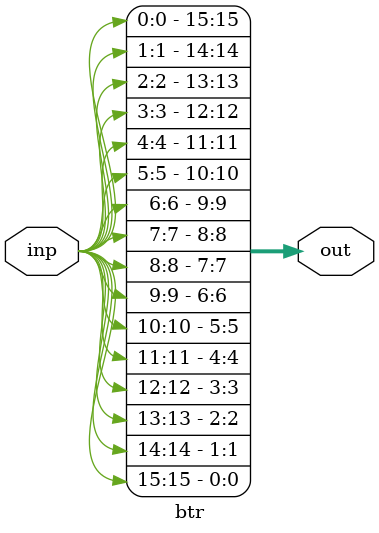
<source format=v>
module btr (inp, out);

   input [15:0] inp;
   
   output [15:0] out;

   assign out = {
                 inp[0], inp[1], inp[2], inp[3],
                 inp[4], inp[5], inp[6], inp[7],
                 inp[8], inp[9], inp[10], inp[11],
                 inp[12], inp[13], inp[14], inp[15]
                };
   
endmodule

</source>
